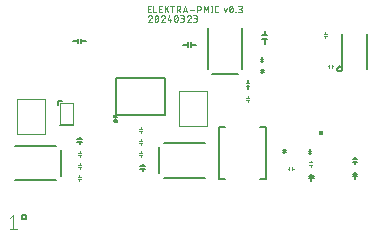
<source format=gbr>
G04 EAGLE Gerber RS-274X export*
G75*
%MOMM*%
%FSLAX34Y34*%
%LPD*%
%INSilkscreen Top*%
%IPPOS*%
%AMOC8*
5,1,8,0,0,1.08239X$1,22.5*%
G01*
%ADD10C,0.101600*%
%ADD11C,0.152400*%
%ADD12C,0.050800*%
%ADD13C,0.127000*%
%ADD14C,0.100000*%
%ADD15R,0.425000X0.450000*%
%ADD16C,0.203200*%
%ADD17C,0.130000*%
%ADD18C,0.120000*%


D10*
X21336Y18486D02*
X24582Y21082D01*
X24582Y9398D01*
X27827Y9398D02*
X21336Y9398D01*
D11*
X31594Y19304D02*
X31596Y19391D01*
X31602Y19479D01*
X31612Y19565D01*
X31626Y19652D01*
X31643Y19737D01*
X31665Y19822D01*
X31690Y19906D01*
X31719Y19988D01*
X31752Y20069D01*
X31788Y20149D01*
X31828Y20227D01*
X31872Y20302D01*
X31918Y20376D01*
X31969Y20448D01*
X32022Y20517D01*
X32078Y20584D01*
X32137Y20648D01*
X32200Y20710D01*
X32265Y20768D01*
X32332Y20824D01*
X32402Y20876D01*
X32474Y20926D01*
X32548Y20972D01*
X32625Y21014D01*
X32703Y21053D01*
X32783Y21089D01*
X32864Y21121D01*
X32947Y21149D01*
X33031Y21173D01*
X33116Y21194D01*
X33202Y21210D01*
X33288Y21223D01*
X33375Y21232D01*
X33462Y21237D01*
X33550Y21238D01*
X33637Y21235D01*
X33724Y21228D01*
X33811Y21217D01*
X33897Y21202D01*
X33983Y21184D01*
X34067Y21161D01*
X34151Y21135D01*
X34233Y21105D01*
X34313Y21071D01*
X34392Y21034D01*
X34470Y20993D01*
X34545Y20949D01*
X34618Y20901D01*
X34689Y20850D01*
X34758Y20796D01*
X34824Y20739D01*
X34888Y20679D01*
X34949Y20616D01*
X35006Y20551D01*
X35061Y20483D01*
X35113Y20412D01*
X35161Y20340D01*
X35207Y20265D01*
X35248Y20188D01*
X35286Y20109D01*
X35321Y20029D01*
X35352Y19947D01*
X35379Y19864D01*
X35403Y19780D01*
X35422Y19695D01*
X35438Y19609D01*
X35450Y19522D01*
X35458Y19435D01*
X35462Y19348D01*
X35462Y19260D01*
X35458Y19173D01*
X35450Y19086D01*
X35438Y18999D01*
X35422Y18913D01*
X35403Y18828D01*
X35379Y18744D01*
X35352Y18661D01*
X35321Y18579D01*
X35286Y18499D01*
X35248Y18420D01*
X35207Y18343D01*
X35161Y18268D01*
X35113Y18196D01*
X35061Y18125D01*
X35006Y18057D01*
X34949Y17992D01*
X34888Y17929D01*
X34824Y17869D01*
X34758Y17812D01*
X34689Y17758D01*
X34618Y17707D01*
X34545Y17659D01*
X34470Y17615D01*
X34392Y17574D01*
X34313Y17537D01*
X34233Y17503D01*
X34151Y17473D01*
X34067Y17447D01*
X33983Y17424D01*
X33897Y17406D01*
X33811Y17391D01*
X33724Y17380D01*
X33637Y17373D01*
X33550Y17370D01*
X33462Y17371D01*
X33375Y17376D01*
X33288Y17385D01*
X33202Y17398D01*
X33116Y17414D01*
X33031Y17435D01*
X32947Y17459D01*
X32864Y17487D01*
X32783Y17519D01*
X32703Y17555D01*
X32625Y17594D01*
X32548Y17636D01*
X32474Y17682D01*
X32402Y17732D01*
X32332Y17784D01*
X32265Y17840D01*
X32200Y17898D01*
X32137Y17960D01*
X32078Y18024D01*
X32022Y18091D01*
X31969Y18160D01*
X31918Y18232D01*
X31872Y18306D01*
X31828Y18381D01*
X31788Y18459D01*
X31752Y18539D01*
X31719Y18620D01*
X31690Y18702D01*
X31665Y18786D01*
X31643Y18871D01*
X31626Y18956D01*
X31612Y19043D01*
X31602Y19129D01*
X31596Y19217D01*
X31594Y19304D01*
D12*
X138253Y192536D02*
X140736Y192536D01*
X138253Y192536D02*
X138253Y198124D01*
X140736Y198124D01*
X140115Y195641D02*
X138253Y195641D01*
X143008Y198124D02*
X143008Y192536D01*
X145491Y192536D01*
X147762Y192536D02*
X150246Y192536D01*
X147762Y192536D02*
X147762Y198124D01*
X150246Y198124D01*
X149625Y195641D02*
X147762Y195641D01*
X152589Y198124D02*
X152589Y192536D01*
X152589Y194709D02*
X155693Y198124D01*
X153831Y195951D02*
X155693Y192536D01*
X158996Y192536D02*
X158996Y198124D01*
X157444Y198124D02*
X160548Y198124D01*
X162783Y198124D02*
X162783Y192536D01*
X162783Y198124D02*
X164336Y198124D01*
X164413Y198122D01*
X164491Y198116D01*
X164567Y198107D01*
X164644Y198093D01*
X164719Y198076D01*
X164793Y198055D01*
X164867Y198030D01*
X164939Y198002D01*
X165009Y197970D01*
X165078Y197935D01*
X165145Y197896D01*
X165210Y197854D01*
X165273Y197809D01*
X165334Y197761D01*
X165392Y197710D01*
X165447Y197656D01*
X165500Y197599D01*
X165549Y197540D01*
X165596Y197478D01*
X165640Y197414D01*
X165680Y197348D01*
X165717Y197280D01*
X165751Y197210D01*
X165781Y197139D01*
X165807Y197066D01*
X165830Y196992D01*
X165849Y196917D01*
X165864Y196842D01*
X165876Y196765D01*
X165884Y196688D01*
X165888Y196611D01*
X165888Y196533D01*
X165884Y196456D01*
X165876Y196379D01*
X165864Y196302D01*
X165849Y196227D01*
X165830Y196152D01*
X165807Y196078D01*
X165781Y196005D01*
X165751Y195934D01*
X165717Y195864D01*
X165680Y195796D01*
X165640Y195730D01*
X165596Y195666D01*
X165549Y195604D01*
X165500Y195545D01*
X165447Y195488D01*
X165392Y195434D01*
X165334Y195383D01*
X165273Y195335D01*
X165210Y195290D01*
X165145Y195248D01*
X165078Y195209D01*
X165009Y195174D01*
X164939Y195142D01*
X164867Y195114D01*
X164793Y195089D01*
X164719Y195068D01*
X164644Y195051D01*
X164567Y195037D01*
X164491Y195028D01*
X164413Y195022D01*
X164336Y195020D01*
X162783Y195020D01*
X164646Y195020D02*
X165888Y192536D01*
X167923Y192536D02*
X169786Y198124D01*
X171649Y192536D01*
X171183Y193933D02*
X168389Y193933D01*
X173775Y194709D02*
X177501Y194709D01*
X180204Y192536D02*
X180204Y198124D01*
X181756Y198124D01*
X181833Y198122D01*
X181911Y198116D01*
X181987Y198107D01*
X182064Y198093D01*
X182139Y198076D01*
X182213Y198055D01*
X182287Y198030D01*
X182359Y198002D01*
X182429Y197970D01*
X182498Y197935D01*
X182565Y197896D01*
X182630Y197854D01*
X182693Y197809D01*
X182754Y197761D01*
X182812Y197710D01*
X182867Y197656D01*
X182920Y197599D01*
X182969Y197540D01*
X183016Y197478D01*
X183060Y197414D01*
X183100Y197348D01*
X183137Y197280D01*
X183171Y197210D01*
X183201Y197139D01*
X183227Y197066D01*
X183250Y196992D01*
X183269Y196917D01*
X183284Y196842D01*
X183296Y196765D01*
X183304Y196688D01*
X183308Y196611D01*
X183308Y196533D01*
X183304Y196456D01*
X183296Y196379D01*
X183284Y196302D01*
X183269Y196227D01*
X183250Y196152D01*
X183227Y196078D01*
X183201Y196005D01*
X183171Y195934D01*
X183137Y195864D01*
X183100Y195796D01*
X183060Y195730D01*
X183016Y195666D01*
X182969Y195604D01*
X182920Y195545D01*
X182867Y195488D01*
X182812Y195434D01*
X182754Y195383D01*
X182693Y195335D01*
X182630Y195290D01*
X182565Y195248D01*
X182498Y195209D01*
X182429Y195174D01*
X182359Y195142D01*
X182287Y195114D01*
X182213Y195089D01*
X182139Y195068D01*
X182064Y195051D01*
X181987Y195037D01*
X181911Y195028D01*
X181833Y195022D01*
X181756Y195020D01*
X180204Y195020D01*
X185662Y192536D02*
X185662Y198124D01*
X187525Y195020D01*
X189388Y198124D01*
X189388Y192536D01*
X192463Y192536D02*
X192463Y198124D01*
X191842Y192536D02*
X193084Y192536D01*
X193084Y198124D02*
X191842Y198124D01*
X196525Y192536D02*
X197767Y192536D01*
X196525Y192536D02*
X196455Y192538D01*
X196386Y192544D01*
X196317Y192554D01*
X196249Y192567D01*
X196181Y192585D01*
X196115Y192606D01*
X196050Y192631D01*
X195986Y192659D01*
X195924Y192691D01*
X195864Y192726D01*
X195806Y192765D01*
X195751Y192807D01*
X195697Y192852D01*
X195647Y192900D01*
X195599Y192950D01*
X195554Y193004D01*
X195512Y193059D01*
X195473Y193117D01*
X195438Y193177D01*
X195406Y193239D01*
X195378Y193303D01*
X195353Y193368D01*
X195332Y193434D01*
X195314Y193502D01*
X195301Y193570D01*
X195291Y193639D01*
X195285Y193708D01*
X195283Y193778D01*
X195283Y196883D01*
X195285Y196953D01*
X195291Y197022D01*
X195301Y197091D01*
X195314Y197159D01*
X195332Y197227D01*
X195353Y197293D01*
X195378Y197358D01*
X195406Y197422D01*
X195438Y197484D01*
X195473Y197544D01*
X195512Y197602D01*
X195554Y197657D01*
X195599Y197711D01*
X195647Y197761D01*
X195697Y197809D01*
X195751Y197854D01*
X195806Y197896D01*
X195864Y197935D01*
X195924Y197970D01*
X195986Y198002D01*
X196050Y198030D01*
X196115Y198055D01*
X196181Y198076D01*
X196249Y198094D01*
X196317Y198107D01*
X196386Y198117D01*
X196455Y198123D01*
X196525Y198125D01*
X196525Y198124D02*
X197767Y198124D01*
X202560Y196262D02*
X203801Y192536D01*
X205043Y196262D01*
X207187Y195330D02*
X207189Y195461D01*
X207194Y195591D01*
X207204Y195721D01*
X207217Y195851D01*
X207233Y195981D01*
X207253Y196110D01*
X207277Y196238D01*
X207305Y196365D01*
X207336Y196492D01*
X207371Y196618D01*
X207409Y196743D01*
X207451Y196867D01*
X207496Y196989D01*
X207545Y197110D01*
X207597Y197230D01*
X207653Y197348D01*
X207652Y197349D02*
X207675Y197409D01*
X207701Y197469D01*
X207730Y197526D01*
X207763Y197582D01*
X207799Y197636D01*
X207837Y197688D01*
X207879Y197738D01*
X207923Y197785D01*
X207970Y197830D01*
X208020Y197872D01*
X208071Y197911D01*
X208125Y197947D01*
X208181Y197980D01*
X208238Y198010D01*
X208297Y198037D01*
X208358Y198060D01*
X208419Y198080D01*
X208482Y198096D01*
X208546Y198109D01*
X208610Y198118D01*
X208674Y198123D01*
X208739Y198125D01*
X208804Y198123D01*
X208868Y198118D01*
X208932Y198109D01*
X208996Y198096D01*
X209059Y198080D01*
X209120Y198060D01*
X209181Y198037D01*
X209240Y198010D01*
X209297Y197980D01*
X209353Y197947D01*
X209407Y197911D01*
X209458Y197872D01*
X209508Y197830D01*
X209555Y197785D01*
X209599Y197738D01*
X209641Y197688D01*
X209679Y197636D01*
X209715Y197582D01*
X209748Y197526D01*
X209777Y197469D01*
X209803Y197409D01*
X209826Y197349D01*
X209826Y197348D02*
X209882Y197230D01*
X209934Y197110D01*
X209983Y196989D01*
X210028Y196867D01*
X210070Y196743D01*
X210108Y196618D01*
X210143Y196492D01*
X210174Y196366D01*
X210202Y196238D01*
X210226Y196110D01*
X210246Y195981D01*
X210262Y195851D01*
X210275Y195721D01*
X210285Y195591D01*
X210290Y195461D01*
X210292Y195330D01*
X207187Y195330D02*
X207189Y195199D01*
X207194Y195069D01*
X207204Y194939D01*
X207217Y194809D01*
X207233Y194679D01*
X207253Y194550D01*
X207277Y194422D01*
X207305Y194295D01*
X207336Y194168D01*
X207371Y194042D01*
X207409Y193917D01*
X207451Y193793D01*
X207496Y193671D01*
X207545Y193550D01*
X207597Y193430D01*
X207653Y193312D01*
X207652Y193312D02*
X207675Y193252D01*
X207701Y193192D01*
X207730Y193135D01*
X207763Y193079D01*
X207799Y193025D01*
X207837Y192973D01*
X207879Y192923D01*
X207923Y192876D01*
X207970Y192831D01*
X208020Y192789D01*
X208071Y192750D01*
X208125Y192714D01*
X208181Y192681D01*
X208238Y192651D01*
X208297Y192624D01*
X208358Y192601D01*
X208419Y192581D01*
X208482Y192565D01*
X208546Y192552D01*
X208610Y192543D01*
X208674Y192538D01*
X208739Y192536D01*
X209825Y193312D02*
X209881Y193430D01*
X209933Y193550D01*
X209982Y193671D01*
X210027Y193793D01*
X210069Y193917D01*
X210107Y194042D01*
X210142Y194168D01*
X210173Y194294D01*
X210201Y194422D01*
X210225Y194550D01*
X210245Y194679D01*
X210261Y194809D01*
X210274Y194939D01*
X210284Y195069D01*
X210289Y195199D01*
X210291Y195330D01*
X209826Y193312D02*
X209803Y193252D01*
X209777Y193192D01*
X209748Y193135D01*
X209715Y193079D01*
X209679Y193025D01*
X209641Y192973D01*
X209599Y192923D01*
X209555Y192876D01*
X209508Y192831D01*
X209458Y192789D01*
X209407Y192750D01*
X209353Y192714D01*
X209297Y192681D01*
X209240Y192651D01*
X209181Y192624D01*
X209120Y192601D01*
X209059Y192581D01*
X208996Y192565D01*
X208932Y192552D01*
X208868Y192543D01*
X208804Y192538D01*
X208739Y192536D01*
X207497Y193778D02*
X209981Y196883D01*
X212424Y192847D02*
X212424Y192536D01*
X212424Y192847D02*
X212735Y192847D01*
X212735Y192536D01*
X212424Y192536D01*
X214868Y192536D02*
X216420Y192536D01*
X216420Y192537D02*
X216497Y192539D01*
X216575Y192545D01*
X216651Y192554D01*
X216728Y192568D01*
X216803Y192585D01*
X216877Y192606D01*
X216951Y192631D01*
X217023Y192659D01*
X217093Y192691D01*
X217162Y192726D01*
X217229Y192765D01*
X217294Y192807D01*
X217357Y192852D01*
X217418Y192900D01*
X217476Y192951D01*
X217531Y193005D01*
X217584Y193062D01*
X217633Y193121D01*
X217680Y193183D01*
X217724Y193247D01*
X217764Y193313D01*
X217801Y193381D01*
X217835Y193451D01*
X217865Y193522D01*
X217891Y193595D01*
X217914Y193669D01*
X217933Y193744D01*
X217948Y193819D01*
X217960Y193896D01*
X217968Y193973D01*
X217972Y194050D01*
X217972Y194128D01*
X217968Y194205D01*
X217960Y194282D01*
X217948Y194359D01*
X217933Y194434D01*
X217914Y194509D01*
X217891Y194583D01*
X217865Y194656D01*
X217835Y194727D01*
X217801Y194797D01*
X217764Y194865D01*
X217724Y194931D01*
X217680Y194995D01*
X217633Y195057D01*
X217584Y195116D01*
X217531Y195173D01*
X217476Y195227D01*
X217418Y195278D01*
X217357Y195326D01*
X217294Y195371D01*
X217229Y195413D01*
X217162Y195452D01*
X217093Y195487D01*
X217023Y195519D01*
X216951Y195547D01*
X216877Y195572D01*
X216803Y195593D01*
X216728Y195610D01*
X216651Y195624D01*
X216575Y195633D01*
X216497Y195639D01*
X216420Y195641D01*
X216730Y198124D02*
X214868Y198124D01*
X216730Y198125D02*
X216800Y198123D01*
X216869Y198117D01*
X216938Y198107D01*
X217006Y198094D01*
X217074Y198076D01*
X217140Y198055D01*
X217205Y198030D01*
X217269Y198002D01*
X217331Y197970D01*
X217391Y197935D01*
X217449Y197896D01*
X217504Y197854D01*
X217558Y197809D01*
X217608Y197761D01*
X217656Y197711D01*
X217701Y197657D01*
X217743Y197602D01*
X217782Y197544D01*
X217817Y197484D01*
X217849Y197422D01*
X217877Y197358D01*
X217902Y197293D01*
X217923Y197227D01*
X217941Y197159D01*
X217954Y197091D01*
X217964Y197022D01*
X217970Y196953D01*
X217972Y196883D01*
X217970Y196813D01*
X217964Y196744D01*
X217954Y196675D01*
X217941Y196607D01*
X217923Y196539D01*
X217902Y196473D01*
X217877Y196408D01*
X217849Y196344D01*
X217817Y196282D01*
X217782Y196222D01*
X217743Y196164D01*
X217701Y196109D01*
X217656Y196055D01*
X217608Y196005D01*
X217558Y195957D01*
X217504Y195912D01*
X217449Y195870D01*
X217391Y195831D01*
X217331Y195796D01*
X217269Y195764D01*
X217205Y195736D01*
X217140Y195711D01*
X217074Y195690D01*
X217006Y195672D01*
X216938Y195659D01*
X216869Y195649D01*
X216800Y195643D01*
X216730Y195641D01*
X215489Y195641D01*
X141697Y188780D02*
X141695Y188853D01*
X141689Y188926D01*
X141680Y188999D01*
X141666Y189070D01*
X141649Y189142D01*
X141629Y189212D01*
X141604Y189281D01*
X141576Y189348D01*
X141545Y189414D01*
X141510Y189479D01*
X141472Y189541D01*
X141430Y189601D01*
X141386Y189659D01*
X141338Y189715D01*
X141288Y189768D01*
X141235Y189818D01*
X141179Y189866D01*
X141121Y189910D01*
X141061Y189952D01*
X140999Y189990D01*
X140934Y190025D01*
X140868Y190056D01*
X140801Y190084D01*
X140732Y190109D01*
X140662Y190129D01*
X140590Y190146D01*
X140519Y190160D01*
X140446Y190169D01*
X140373Y190175D01*
X140300Y190177D01*
X140216Y190175D01*
X140133Y190169D01*
X140050Y190160D01*
X139968Y190146D01*
X139886Y190129D01*
X139805Y190107D01*
X139725Y190082D01*
X139647Y190054D01*
X139569Y190022D01*
X139494Y189986D01*
X139420Y189947D01*
X139348Y189904D01*
X139278Y189858D01*
X139211Y189809D01*
X139145Y189756D01*
X139083Y189701D01*
X139023Y189643D01*
X138965Y189582D01*
X138911Y189519D01*
X138859Y189453D01*
X138811Y189385D01*
X138766Y189314D01*
X138724Y189242D01*
X138686Y189167D01*
X138651Y189091D01*
X138620Y189014D01*
X138592Y188935D01*
X141231Y187694D02*
X141285Y187747D01*
X141336Y187804D01*
X141384Y187863D01*
X141429Y187924D01*
X141470Y187987D01*
X141509Y188053D01*
X141544Y188120D01*
X141576Y188189D01*
X141604Y188260D01*
X141628Y188331D01*
X141649Y188404D01*
X141666Y188478D01*
X141680Y188553D01*
X141689Y188628D01*
X141695Y188704D01*
X141697Y188780D01*
X141231Y187693D02*
X138593Y184589D01*
X141697Y184589D01*
X144079Y187383D02*
X144081Y187514D01*
X144086Y187644D01*
X144096Y187774D01*
X144109Y187904D01*
X144125Y188034D01*
X144145Y188163D01*
X144169Y188291D01*
X144197Y188418D01*
X144228Y188545D01*
X144263Y188671D01*
X144301Y188796D01*
X144343Y188920D01*
X144388Y189042D01*
X144437Y189163D01*
X144489Y189283D01*
X144545Y189401D01*
X144544Y189401D02*
X144567Y189461D01*
X144593Y189521D01*
X144622Y189578D01*
X144655Y189634D01*
X144691Y189688D01*
X144729Y189740D01*
X144771Y189790D01*
X144815Y189837D01*
X144862Y189882D01*
X144912Y189924D01*
X144963Y189963D01*
X145017Y189999D01*
X145073Y190032D01*
X145130Y190062D01*
X145189Y190089D01*
X145250Y190112D01*
X145311Y190132D01*
X145374Y190148D01*
X145438Y190161D01*
X145502Y190170D01*
X145566Y190175D01*
X145631Y190177D01*
X145696Y190175D01*
X145760Y190170D01*
X145824Y190161D01*
X145888Y190148D01*
X145951Y190132D01*
X146012Y190112D01*
X146073Y190089D01*
X146132Y190062D01*
X146189Y190032D01*
X146245Y189999D01*
X146299Y189963D01*
X146350Y189924D01*
X146400Y189882D01*
X146447Y189837D01*
X146491Y189790D01*
X146533Y189740D01*
X146571Y189688D01*
X146607Y189634D01*
X146640Y189578D01*
X146669Y189521D01*
X146695Y189461D01*
X146718Y189401D01*
X146774Y189283D01*
X146826Y189163D01*
X146875Y189042D01*
X146920Y188920D01*
X146962Y188796D01*
X147000Y188671D01*
X147035Y188545D01*
X147066Y188419D01*
X147094Y188291D01*
X147118Y188163D01*
X147138Y188034D01*
X147154Y187904D01*
X147167Y187774D01*
X147177Y187644D01*
X147182Y187514D01*
X147184Y187383D01*
X144079Y187383D02*
X144081Y187252D01*
X144086Y187122D01*
X144096Y186992D01*
X144109Y186862D01*
X144125Y186732D01*
X144145Y186603D01*
X144169Y186475D01*
X144197Y186348D01*
X144228Y186221D01*
X144263Y186095D01*
X144301Y185970D01*
X144343Y185846D01*
X144388Y185724D01*
X144437Y185603D01*
X144489Y185483D01*
X144545Y185365D01*
X144544Y185365D02*
X144567Y185305D01*
X144593Y185245D01*
X144622Y185188D01*
X144655Y185132D01*
X144691Y185078D01*
X144729Y185026D01*
X144771Y184976D01*
X144815Y184929D01*
X144862Y184884D01*
X144912Y184842D01*
X144963Y184803D01*
X145017Y184767D01*
X145073Y184734D01*
X145130Y184704D01*
X145189Y184677D01*
X145250Y184654D01*
X145311Y184634D01*
X145374Y184618D01*
X145438Y184605D01*
X145502Y184596D01*
X145566Y184591D01*
X145631Y184589D01*
X146718Y185365D02*
X146774Y185483D01*
X146826Y185603D01*
X146875Y185724D01*
X146920Y185846D01*
X146962Y185970D01*
X147000Y186095D01*
X147035Y186221D01*
X147066Y186347D01*
X147094Y186475D01*
X147118Y186603D01*
X147138Y186732D01*
X147154Y186862D01*
X147167Y186992D01*
X147177Y187122D01*
X147182Y187252D01*
X147184Y187383D01*
X146718Y185364D02*
X146695Y185304D01*
X146669Y185244D01*
X146640Y185187D01*
X146607Y185131D01*
X146571Y185077D01*
X146533Y185025D01*
X146491Y184975D01*
X146447Y184928D01*
X146400Y184883D01*
X146350Y184841D01*
X146299Y184802D01*
X146245Y184766D01*
X146189Y184733D01*
X146132Y184703D01*
X146073Y184676D01*
X146012Y184653D01*
X145951Y184633D01*
X145888Y184617D01*
X145824Y184604D01*
X145760Y184595D01*
X145696Y184590D01*
X145631Y184588D01*
X144389Y185831D02*
X146873Y188935D01*
X151273Y190177D02*
X151346Y190175D01*
X151419Y190169D01*
X151492Y190160D01*
X151563Y190146D01*
X151635Y190129D01*
X151705Y190109D01*
X151774Y190084D01*
X151841Y190056D01*
X151907Y190025D01*
X151972Y189990D01*
X152034Y189952D01*
X152094Y189910D01*
X152152Y189866D01*
X152208Y189818D01*
X152261Y189768D01*
X152311Y189715D01*
X152359Y189659D01*
X152403Y189601D01*
X152445Y189541D01*
X152483Y189479D01*
X152518Y189414D01*
X152549Y189348D01*
X152577Y189281D01*
X152602Y189212D01*
X152622Y189142D01*
X152639Y189070D01*
X152653Y188999D01*
X152662Y188926D01*
X152668Y188853D01*
X152670Y188780D01*
X151273Y190177D02*
X151189Y190175D01*
X151106Y190169D01*
X151023Y190160D01*
X150941Y190146D01*
X150859Y190129D01*
X150778Y190107D01*
X150698Y190082D01*
X150620Y190054D01*
X150542Y190022D01*
X150467Y189986D01*
X150393Y189947D01*
X150321Y189904D01*
X150251Y189858D01*
X150184Y189809D01*
X150118Y189756D01*
X150056Y189701D01*
X149996Y189643D01*
X149938Y189582D01*
X149884Y189519D01*
X149832Y189453D01*
X149784Y189385D01*
X149739Y189314D01*
X149697Y189242D01*
X149659Y189167D01*
X149624Y189091D01*
X149593Y189014D01*
X149565Y188935D01*
X152203Y187694D02*
X152257Y187747D01*
X152308Y187804D01*
X152356Y187863D01*
X152401Y187924D01*
X152442Y187987D01*
X152481Y188053D01*
X152516Y188120D01*
X152548Y188189D01*
X152576Y188260D01*
X152600Y188331D01*
X152621Y188404D01*
X152638Y188478D01*
X152652Y188553D01*
X152661Y188628D01*
X152667Y188704D01*
X152669Y188780D01*
X152204Y187693D02*
X149565Y184589D01*
X152670Y184589D01*
X155052Y185831D02*
X156293Y190177D01*
X155052Y185831D02*
X158156Y185831D01*
X157225Y187072D02*
X157225Y184589D01*
X160538Y187383D02*
X160540Y187514D01*
X160545Y187644D01*
X160555Y187774D01*
X160568Y187904D01*
X160584Y188034D01*
X160604Y188163D01*
X160628Y188291D01*
X160656Y188418D01*
X160687Y188545D01*
X160722Y188671D01*
X160760Y188796D01*
X160802Y188920D01*
X160847Y189042D01*
X160896Y189163D01*
X160948Y189283D01*
X161004Y189401D01*
X161003Y189401D02*
X161026Y189461D01*
X161052Y189521D01*
X161081Y189578D01*
X161114Y189634D01*
X161150Y189688D01*
X161188Y189740D01*
X161230Y189790D01*
X161274Y189837D01*
X161321Y189882D01*
X161371Y189924D01*
X161422Y189963D01*
X161476Y189999D01*
X161532Y190032D01*
X161589Y190062D01*
X161648Y190089D01*
X161709Y190112D01*
X161770Y190132D01*
X161833Y190148D01*
X161897Y190161D01*
X161961Y190170D01*
X162025Y190175D01*
X162090Y190177D01*
X162155Y190175D01*
X162219Y190170D01*
X162283Y190161D01*
X162347Y190148D01*
X162410Y190132D01*
X162471Y190112D01*
X162532Y190089D01*
X162591Y190062D01*
X162648Y190032D01*
X162704Y189999D01*
X162758Y189963D01*
X162809Y189924D01*
X162859Y189882D01*
X162906Y189837D01*
X162950Y189790D01*
X162992Y189740D01*
X163030Y189688D01*
X163066Y189634D01*
X163099Y189578D01*
X163128Y189521D01*
X163154Y189461D01*
X163177Y189401D01*
X163233Y189283D01*
X163285Y189163D01*
X163334Y189042D01*
X163379Y188920D01*
X163421Y188796D01*
X163459Y188671D01*
X163494Y188545D01*
X163525Y188419D01*
X163553Y188291D01*
X163577Y188163D01*
X163597Y188034D01*
X163613Y187904D01*
X163626Y187774D01*
X163636Y187644D01*
X163641Y187514D01*
X163643Y187383D01*
X160538Y187383D02*
X160540Y187252D01*
X160545Y187122D01*
X160555Y186992D01*
X160568Y186862D01*
X160584Y186732D01*
X160604Y186603D01*
X160628Y186475D01*
X160656Y186348D01*
X160687Y186221D01*
X160722Y186095D01*
X160760Y185970D01*
X160802Y185846D01*
X160847Y185724D01*
X160896Y185603D01*
X160948Y185483D01*
X161004Y185365D01*
X161003Y185365D02*
X161026Y185305D01*
X161052Y185245D01*
X161081Y185188D01*
X161114Y185132D01*
X161150Y185078D01*
X161188Y185026D01*
X161230Y184976D01*
X161274Y184929D01*
X161321Y184884D01*
X161371Y184842D01*
X161422Y184803D01*
X161476Y184767D01*
X161532Y184734D01*
X161589Y184704D01*
X161648Y184677D01*
X161709Y184654D01*
X161770Y184634D01*
X161833Y184618D01*
X161897Y184605D01*
X161961Y184596D01*
X162025Y184591D01*
X162090Y184589D01*
X163177Y185365D02*
X163233Y185483D01*
X163285Y185603D01*
X163334Y185724D01*
X163379Y185846D01*
X163421Y185970D01*
X163459Y186095D01*
X163494Y186221D01*
X163525Y186347D01*
X163553Y186475D01*
X163577Y186603D01*
X163597Y186732D01*
X163613Y186862D01*
X163626Y186992D01*
X163636Y187122D01*
X163641Y187252D01*
X163643Y187383D01*
X163177Y185364D02*
X163154Y185304D01*
X163128Y185244D01*
X163099Y185187D01*
X163066Y185131D01*
X163030Y185077D01*
X162992Y185025D01*
X162950Y184975D01*
X162906Y184928D01*
X162859Y184883D01*
X162809Y184841D01*
X162758Y184802D01*
X162704Y184766D01*
X162648Y184733D01*
X162591Y184703D01*
X162532Y184676D01*
X162471Y184653D01*
X162410Y184633D01*
X162347Y184617D01*
X162283Y184604D01*
X162219Y184595D01*
X162155Y184590D01*
X162090Y184588D01*
X160849Y185831D02*
X163332Y188935D01*
X166024Y184589D02*
X167577Y184589D01*
X167654Y184591D01*
X167732Y184597D01*
X167808Y184606D01*
X167885Y184620D01*
X167960Y184637D01*
X168034Y184658D01*
X168108Y184683D01*
X168180Y184711D01*
X168250Y184743D01*
X168319Y184778D01*
X168386Y184817D01*
X168451Y184859D01*
X168514Y184904D01*
X168575Y184952D01*
X168633Y185003D01*
X168688Y185057D01*
X168741Y185114D01*
X168790Y185173D01*
X168837Y185235D01*
X168881Y185299D01*
X168921Y185365D01*
X168958Y185433D01*
X168992Y185503D01*
X169022Y185574D01*
X169048Y185647D01*
X169071Y185721D01*
X169090Y185796D01*
X169105Y185871D01*
X169117Y185948D01*
X169125Y186025D01*
X169129Y186102D01*
X169129Y186180D01*
X169125Y186257D01*
X169117Y186334D01*
X169105Y186411D01*
X169090Y186486D01*
X169071Y186561D01*
X169048Y186635D01*
X169022Y186708D01*
X168992Y186779D01*
X168958Y186849D01*
X168921Y186917D01*
X168881Y186983D01*
X168837Y187047D01*
X168790Y187109D01*
X168741Y187168D01*
X168688Y187225D01*
X168633Y187279D01*
X168575Y187330D01*
X168514Y187378D01*
X168451Y187423D01*
X168386Y187465D01*
X168319Y187504D01*
X168250Y187539D01*
X168180Y187571D01*
X168108Y187599D01*
X168034Y187624D01*
X167960Y187645D01*
X167885Y187662D01*
X167808Y187676D01*
X167732Y187685D01*
X167654Y187691D01*
X167577Y187693D01*
X167887Y190177D02*
X166024Y190177D01*
X167887Y190177D02*
X167957Y190175D01*
X168026Y190169D01*
X168095Y190159D01*
X168163Y190146D01*
X168231Y190128D01*
X168297Y190107D01*
X168362Y190082D01*
X168426Y190054D01*
X168488Y190022D01*
X168548Y189987D01*
X168606Y189948D01*
X168661Y189906D01*
X168715Y189861D01*
X168765Y189813D01*
X168813Y189763D01*
X168858Y189709D01*
X168900Y189654D01*
X168939Y189596D01*
X168974Y189536D01*
X169006Y189474D01*
X169034Y189410D01*
X169059Y189345D01*
X169080Y189279D01*
X169098Y189211D01*
X169111Y189143D01*
X169121Y189074D01*
X169127Y189005D01*
X169129Y188935D01*
X169127Y188865D01*
X169121Y188796D01*
X169111Y188727D01*
X169098Y188659D01*
X169080Y188591D01*
X169059Y188525D01*
X169034Y188460D01*
X169006Y188396D01*
X168974Y188334D01*
X168939Y188274D01*
X168900Y188216D01*
X168858Y188161D01*
X168813Y188107D01*
X168765Y188057D01*
X168715Y188009D01*
X168661Y187964D01*
X168606Y187922D01*
X168548Y187883D01*
X168488Y187848D01*
X168426Y187816D01*
X168362Y187788D01*
X168297Y187763D01*
X168231Y187742D01*
X168163Y187724D01*
X168095Y187711D01*
X168026Y187701D01*
X167957Y187695D01*
X167887Y187693D01*
X166645Y187693D01*
X173218Y190177D02*
X173291Y190175D01*
X173364Y190169D01*
X173437Y190160D01*
X173508Y190146D01*
X173580Y190129D01*
X173650Y190109D01*
X173719Y190084D01*
X173786Y190056D01*
X173852Y190025D01*
X173917Y189990D01*
X173979Y189952D01*
X174039Y189910D01*
X174097Y189866D01*
X174153Y189818D01*
X174206Y189768D01*
X174256Y189715D01*
X174304Y189659D01*
X174348Y189601D01*
X174390Y189541D01*
X174428Y189479D01*
X174463Y189414D01*
X174494Y189348D01*
X174522Y189281D01*
X174547Y189212D01*
X174567Y189142D01*
X174584Y189070D01*
X174598Y188999D01*
X174607Y188926D01*
X174613Y188853D01*
X174615Y188780D01*
X173218Y190177D02*
X173134Y190175D01*
X173051Y190169D01*
X172968Y190160D01*
X172886Y190146D01*
X172804Y190129D01*
X172723Y190107D01*
X172643Y190082D01*
X172565Y190054D01*
X172487Y190022D01*
X172412Y189986D01*
X172338Y189947D01*
X172266Y189904D01*
X172196Y189858D01*
X172129Y189809D01*
X172063Y189756D01*
X172001Y189701D01*
X171941Y189643D01*
X171883Y189582D01*
X171829Y189519D01*
X171777Y189453D01*
X171729Y189385D01*
X171684Y189314D01*
X171642Y189242D01*
X171604Y189167D01*
X171569Y189091D01*
X171538Y189014D01*
X171510Y188935D01*
X174149Y187694D02*
X174203Y187747D01*
X174254Y187804D01*
X174302Y187863D01*
X174347Y187924D01*
X174388Y187987D01*
X174427Y188053D01*
X174462Y188120D01*
X174494Y188189D01*
X174522Y188260D01*
X174546Y188331D01*
X174567Y188404D01*
X174584Y188478D01*
X174598Y188553D01*
X174607Y188628D01*
X174613Y188704D01*
X174615Y188780D01*
X174150Y187693D02*
X171511Y184589D01*
X174615Y184589D01*
X176997Y184589D02*
X178549Y184589D01*
X178626Y184591D01*
X178704Y184597D01*
X178780Y184606D01*
X178857Y184620D01*
X178932Y184637D01*
X179006Y184658D01*
X179080Y184683D01*
X179152Y184711D01*
X179222Y184743D01*
X179291Y184778D01*
X179358Y184817D01*
X179423Y184859D01*
X179486Y184904D01*
X179547Y184952D01*
X179605Y185003D01*
X179660Y185057D01*
X179713Y185114D01*
X179762Y185173D01*
X179809Y185235D01*
X179853Y185299D01*
X179893Y185365D01*
X179930Y185433D01*
X179964Y185503D01*
X179994Y185574D01*
X180020Y185647D01*
X180043Y185721D01*
X180062Y185796D01*
X180077Y185871D01*
X180089Y185948D01*
X180097Y186025D01*
X180101Y186102D01*
X180101Y186180D01*
X180097Y186257D01*
X180089Y186334D01*
X180077Y186411D01*
X180062Y186486D01*
X180043Y186561D01*
X180020Y186635D01*
X179994Y186708D01*
X179964Y186779D01*
X179930Y186849D01*
X179893Y186917D01*
X179853Y186983D01*
X179809Y187047D01*
X179762Y187109D01*
X179713Y187168D01*
X179660Y187225D01*
X179605Y187279D01*
X179547Y187330D01*
X179486Y187378D01*
X179423Y187423D01*
X179358Y187465D01*
X179291Y187504D01*
X179222Y187539D01*
X179152Y187571D01*
X179080Y187599D01*
X179006Y187624D01*
X178932Y187645D01*
X178857Y187662D01*
X178780Y187676D01*
X178704Y187685D01*
X178626Y187691D01*
X178549Y187693D01*
X178860Y190177D02*
X176997Y190177D01*
X178860Y190177D02*
X178930Y190175D01*
X178999Y190169D01*
X179068Y190159D01*
X179136Y190146D01*
X179204Y190128D01*
X179270Y190107D01*
X179335Y190082D01*
X179399Y190054D01*
X179461Y190022D01*
X179521Y189987D01*
X179579Y189948D01*
X179634Y189906D01*
X179688Y189861D01*
X179738Y189813D01*
X179786Y189763D01*
X179831Y189709D01*
X179873Y189654D01*
X179912Y189596D01*
X179947Y189536D01*
X179979Y189474D01*
X180007Y189410D01*
X180032Y189345D01*
X180053Y189279D01*
X180071Y189211D01*
X180084Y189143D01*
X180094Y189074D01*
X180100Y189005D01*
X180102Y188935D01*
X180100Y188865D01*
X180094Y188796D01*
X180084Y188727D01*
X180071Y188659D01*
X180053Y188591D01*
X180032Y188525D01*
X180007Y188460D01*
X179979Y188396D01*
X179947Y188334D01*
X179912Y188274D01*
X179873Y188216D01*
X179831Y188161D01*
X179786Y188107D01*
X179738Y188057D01*
X179688Y188009D01*
X179634Y187964D01*
X179579Y187922D01*
X179521Y187883D01*
X179461Y187848D01*
X179399Y187816D01*
X179335Y187788D01*
X179270Y187763D01*
X179204Y187742D01*
X179136Y187724D01*
X179068Y187711D01*
X178999Y187701D01*
X178930Y187695D01*
X178860Y187693D01*
X177618Y187693D01*
D13*
X313744Y53727D02*
X313744Y51727D01*
X313744Y55727D02*
X313744Y57727D01*
X313744Y55727D02*
X311744Y55727D01*
X313744Y55727D02*
X315744Y55727D01*
X313744Y53727D02*
X311744Y53727D01*
X313744Y53727D02*
X315744Y53727D01*
D14*
X224058Y120327D02*
X221658Y120327D01*
X221658Y118327D02*
X224058Y118327D01*
X222858Y120627D02*
X222858Y121827D01*
X222858Y118227D02*
X222858Y116827D01*
D11*
X221948Y133019D02*
X223948Y133019D01*
X223948Y130119D02*
X221948Y130119D01*
X222948Y133119D02*
X222948Y135019D01*
X222948Y129819D02*
X222948Y128019D01*
D13*
X203856Y51212D02*
X198256Y51212D01*
X198256Y95812D01*
X238856Y95812D02*
X238856Y51212D01*
X203856Y95812D02*
X198256Y95812D01*
X233256Y51212D02*
X238856Y51212D01*
X238856Y95812D02*
X233256Y95812D01*
D15*
X285409Y90697D03*
D13*
X254985Y74186D02*
X253985Y74186D01*
X252985Y74186D01*
X253985Y76186D02*
X254985Y76186D01*
X253985Y76186D02*
X252985Y76186D01*
X253985Y74186D02*
X253985Y73186D01*
X253985Y76186D02*
X253985Y77186D01*
D11*
X239225Y170220D02*
X235225Y170220D01*
X235225Y173220D02*
X239225Y173220D01*
X237225Y169580D02*
X237225Y166220D01*
X237225Y173380D02*
X237225Y177220D01*
D13*
X236445Y141972D02*
X235445Y141972D01*
X234445Y141972D01*
X235445Y143972D02*
X236445Y143972D01*
X235445Y143972D02*
X234445Y143972D01*
X235445Y141972D02*
X235445Y140972D01*
X235445Y143972D02*
X235445Y144972D01*
X235937Y151572D02*
X234937Y151572D01*
X233937Y151572D01*
X234937Y153572D02*
X235937Y153572D01*
X234937Y153572D02*
X233937Y153572D01*
X234937Y151572D02*
X234937Y150572D01*
X234937Y153572D02*
X234937Y154572D01*
D14*
X274939Y63582D02*
X277339Y63582D01*
X277339Y65582D02*
X274939Y65582D01*
X276139Y63282D02*
X276139Y62082D01*
X276139Y65682D02*
X276139Y67082D01*
D13*
X275885Y73678D02*
X276885Y73678D01*
X275885Y73678D02*
X274885Y73678D01*
X275885Y75678D02*
X276885Y75678D01*
X275885Y75678D02*
X274885Y75678D01*
X275885Y73678D02*
X275885Y72678D01*
X275885Y75678D02*
X275885Y76678D01*
X276875Y52212D02*
X276875Y50212D01*
X276875Y54212D02*
X276875Y56212D01*
X276875Y54212D02*
X274875Y54212D01*
X276875Y54212D02*
X278875Y54212D01*
X276875Y52212D02*
X274875Y52212D01*
X276875Y52212D02*
X278875Y52212D01*
X302742Y144622D02*
X302742Y145122D01*
D16*
X302742Y174622D01*
X323742Y174622D02*
X323742Y144622D01*
X302742Y144622D02*
X302729Y144534D01*
X302713Y144447D01*
X302692Y144361D01*
X302668Y144275D01*
X302639Y144191D01*
X302608Y144108D01*
X302572Y144027D01*
X302533Y143947D01*
X302491Y143869D01*
X302445Y143793D01*
X302396Y143719D01*
X302343Y143647D01*
X302288Y143578D01*
X302229Y143511D01*
X302168Y143447D01*
X302104Y143386D01*
X302037Y143327D01*
X301968Y143271D01*
X301896Y143219D01*
X301822Y143170D01*
X301746Y143124D01*
X301668Y143081D01*
X301589Y143042D01*
X301507Y143007D01*
X301424Y142975D01*
X301340Y142947D01*
X301255Y142922D01*
X301168Y142902D01*
X301081Y142885D01*
X300993Y142872D01*
X300905Y142863D01*
X300816Y142857D01*
X300728Y142856D01*
X300639Y142859D01*
X300550Y142865D01*
X300462Y142876D01*
X300375Y142890D01*
X300288Y142908D01*
X300202Y142930D01*
X300117Y142955D01*
X300033Y142985D01*
X299950Y143018D01*
X299869Y143055D01*
X299790Y143095D01*
X299713Y143138D01*
X299638Y143185D01*
X299564Y143236D01*
X299494Y143289D01*
X299425Y143346D01*
X299359Y143405D01*
X299296Y143467D01*
X299235Y143532D01*
X299178Y143600D01*
X299123Y143670D01*
X299072Y143743D01*
X299024Y143817D01*
X298979Y143894D01*
X298938Y143972D01*
X298900Y144053D01*
X298866Y144135D01*
X298835Y144218D01*
X298808Y144303D01*
X298785Y144388D01*
X298765Y144475D01*
X298750Y144562D01*
X298738Y144650D01*
X298730Y144739D01*
X298726Y144828D01*
X298726Y144916D01*
X298730Y145005D01*
X298738Y145094D01*
X298750Y145182D01*
X298765Y145269D01*
X298785Y145356D01*
X298808Y145441D01*
X298835Y145526D01*
X298866Y145609D01*
X298900Y145691D01*
X298938Y145772D01*
X298979Y145850D01*
X299024Y145927D01*
X299072Y146001D01*
X299123Y146074D01*
X299178Y146144D01*
X299235Y146212D01*
X299296Y146277D01*
X299359Y146339D01*
X299425Y146398D01*
X299494Y146455D01*
X299564Y146508D01*
X299638Y146559D01*
X299713Y146606D01*
X299790Y146649D01*
X299869Y146689D01*
X299950Y146726D01*
X300033Y146759D01*
X300117Y146789D01*
X300202Y146814D01*
X300288Y146836D01*
X300375Y146854D01*
X300462Y146868D01*
X300550Y146879D01*
X300639Y146885D01*
X300728Y146888D01*
X300816Y146887D01*
X300905Y146881D01*
X300993Y146872D01*
X301081Y146859D01*
X301168Y146842D01*
X301255Y146822D01*
X301340Y146797D01*
X301424Y146769D01*
X301507Y146737D01*
X301589Y146702D01*
X301668Y146663D01*
X301746Y146620D01*
X301822Y146574D01*
X301896Y146525D01*
X301968Y146473D01*
X302037Y146417D01*
X302104Y146358D01*
X302168Y146297D01*
X302229Y146233D01*
X302288Y146166D01*
X302343Y146097D01*
X302396Y146025D01*
X302445Y145951D01*
X302491Y145875D01*
X302533Y145797D01*
X302572Y145717D01*
X302608Y145636D01*
X302639Y145553D01*
X302668Y145469D01*
X302692Y145383D01*
X302713Y145297D01*
X302729Y145210D01*
X302742Y145122D01*
D14*
X292017Y145947D02*
X292017Y148347D01*
X294017Y148347D02*
X294017Y145947D01*
X291717Y147147D02*
X290517Y147147D01*
X294117Y147147D02*
X295517Y147147D01*
X289663Y172553D02*
X287263Y172553D01*
X287263Y174553D02*
X289663Y174553D01*
X288463Y172253D02*
X288463Y171053D01*
X288463Y174653D02*
X288463Y176053D01*
D11*
X78867Y170395D02*
X78867Y166395D01*
X81867Y166395D02*
X81867Y170395D01*
X78227Y168395D02*
X74867Y168395D01*
X82027Y168395D02*
X85867Y168395D01*
D13*
X80554Y83191D02*
X80554Y81191D01*
X80554Y85191D02*
X80554Y87191D01*
X80554Y85191D02*
X78554Y85191D01*
X80554Y85191D02*
X82554Y85191D01*
X80554Y83191D02*
X78554Y83191D01*
X80554Y83191D02*
X82554Y83191D01*
D14*
X81756Y73784D02*
X79356Y73784D01*
X79356Y71784D02*
X81756Y71784D01*
X80556Y74084D02*
X80556Y75284D01*
X80556Y71684D02*
X80556Y70284D01*
X79356Y63502D02*
X81756Y63502D01*
X81756Y61502D02*
X79356Y61502D01*
X80556Y63802D02*
X80556Y65002D01*
X80556Y61402D02*
X80556Y60002D01*
X51373Y89485D02*
X51373Y119485D01*
X51373Y89485D02*
X27373Y89485D01*
X27373Y119485D01*
X51373Y119485D01*
X79280Y53658D02*
X81680Y53658D01*
X81680Y51658D02*
X79280Y51658D01*
X80480Y53958D02*
X80480Y55158D01*
X80480Y51558D02*
X80480Y50158D01*
D11*
X172336Y163354D02*
X172336Y167354D01*
X175336Y167354D02*
X175336Y163354D01*
X171696Y165354D02*
X168336Y165354D01*
X175496Y165354D02*
X179336Y165354D01*
D13*
X133890Y64411D02*
X133890Y62411D01*
X133890Y60411D02*
X133890Y58411D01*
X133890Y60411D02*
X135890Y60411D01*
X133890Y60411D02*
X131890Y60411D01*
X133890Y62411D02*
X135890Y62411D01*
X133890Y62411D02*
X131890Y62411D01*
D14*
X131262Y92157D02*
X133662Y92157D01*
X133662Y94157D02*
X131262Y94157D01*
X132462Y91857D02*
X132462Y90657D01*
X132462Y94257D02*
X132462Y95657D01*
X133662Y81865D02*
X131262Y81865D01*
X131262Y83865D02*
X133662Y83865D01*
X132462Y81565D02*
X132462Y80365D01*
X132462Y83965D02*
X132462Y85365D01*
X188493Y96171D02*
X188493Y126171D01*
X188493Y96171D02*
X164493Y96171D01*
X164493Y126171D01*
X188493Y126171D01*
D17*
X111894Y104034D02*
X109894Y104034D01*
X109894Y106034D01*
X110063Y100834D02*
X110065Y100901D01*
X110071Y100968D01*
X110081Y101034D01*
X110095Y101100D01*
X110112Y101164D01*
X110134Y101228D01*
X110159Y101290D01*
X110188Y101350D01*
X110220Y101409D01*
X110256Y101466D01*
X110295Y101520D01*
X110337Y101572D01*
X110382Y101622D01*
X110431Y101668D01*
X110481Y101712D01*
X110535Y101753D01*
X110590Y101790D01*
X110648Y101824D01*
X110708Y101855D01*
X110769Y101882D01*
X110832Y101905D01*
X110896Y101925D01*
X110961Y101941D01*
X111027Y101953D01*
X111094Y101961D01*
X111160Y101965D01*
X111228Y101965D01*
X111294Y101961D01*
X111361Y101953D01*
X111427Y101941D01*
X111492Y101925D01*
X111556Y101905D01*
X111619Y101882D01*
X111680Y101855D01*
X111740Y101824D01*
X111798Y101790D01*
X111853Y101753D01*
X111907Y101712D01*
X111957Y101668D01*
X112006Y101622D01*
X112051Y101572D01*
X112093Y101520D01*
X112132Y101466D01*
X112168Y101409D01*
X112200Y101350D01*
X112229Y101290D01*
X112254Y101228D01*
X112276Y101164D01*
X112293Y101100D01*
X112307Y101034D01*
X112317Y100968D01*
X112323Y100901D01*
X112325Y100834D01*
X112323Y100767D01*
X112317Y100700D01*
X112307Y100634D01*
X112293Y100568D01*
X112276Y100504D01*
X112254Y100440D01*
X112229Y100378D01*
X112200Y100318D01*
X112168Y100259D01*
X112132Y100202D01*
X112093Y100148D01*
X112051Y100096D01*
X112006Y100046D01*
X111957Y100000D01*
X111907Y99956D01*
X111853Y99915D01*
X111798Y99878D01*
X111740Y99844D01*
X111680Y99813D01*
X111619Y99786D01*
X111556Y99763D01*
X111492Y99743D01*
X111427Y99727D01*
X111361Y99715D01*
X111294Y99707D01*
X111228Y99703D01*
X111160Y99703D01*
X111094Y99707D01*
X111027Y99715D01*
X110961Y99727D01*
X110896Y99743D01*
X110832Y99763D01*
X110769Y99786D01*
X110708Y99813D01*
X110648Y99844D01*
X110590Y99878D01*
X110535Y99915D01*
X110481Y99956D01*
X110431Y100000D01*
X110382Y100046D01*
X110337Y100096D01*
X110295Y100148D01*
X110256Y100202D01*
X110220Y100259D01*
X110188Y100318D01*
X110159Y100378D01*
X110134Y100440D01*
X110112Y100504D01*
X110095Y100568D01*
X110081Y100634D01*
X110071Y100700D01*
X110065Y100767D01*
X110063Y100834D01*
D13*
X111644Y137284D02*
X153144Y137284D01*
X153144Y105784D01*
X111644Y105784D01*
X111644Y137284D01*
D14*
X131262Y71515D02*
X133662Y71515D01*
X133662Y73515D02*
X131262Y73515D01*
X132462Y71215D02*
X132462Y70015D01*
X132462Y73615D02*
X132462Y75015D01*
D18*
X64015Y97396D02*
X64015Y115836D01*
D17*
X64015Y97396D02*
X75075Y97396D01*
D18*
X75075Y115836D01*
X64015Y115836D01*
D13*
X62545Y114616D02*
X62545Y117616D01*
X65545Y117616D01*
D14*
X260268Y61383D02*
X260268Y58983D01*
X258268Y58983D02*
X258268Y61383D01*
X260568Y60183D02*
X261768Y60183D01*
X258168Y60183D02*
X256768Y60183D01*
D13*
X189208Y144806D02*
X189208Y179806D01*
X218208Y179806D02*
X218208Y144806D01*
X214708Y140806D02*
X192708Y140806D01*
X60942Y50778D02*
X25942Y50778D01*
X25942Y79778D02*
X60942Y79778D01*
X64942Y76278D02*
X64942Y54278D01*
X151918Y81810D02*
X186918Y81810D01*
X186918Y52810D02*
X151918Y52810D01*
X147918Y56310D02*
X147918Y78310D01*
X313690Y66310D02*
X313690Y64310D01*
X313690Y68310D02*
X313690Y70310D01*
X313690Y68310D02*
X311690Y68310D01*
X313690Y68310D02*
X315690Y68310D01*
X313690Y66310D02*
X311690Y66310D01*
X313690Y66310D02*
X315690Y66310D01*
M02*

</source>
